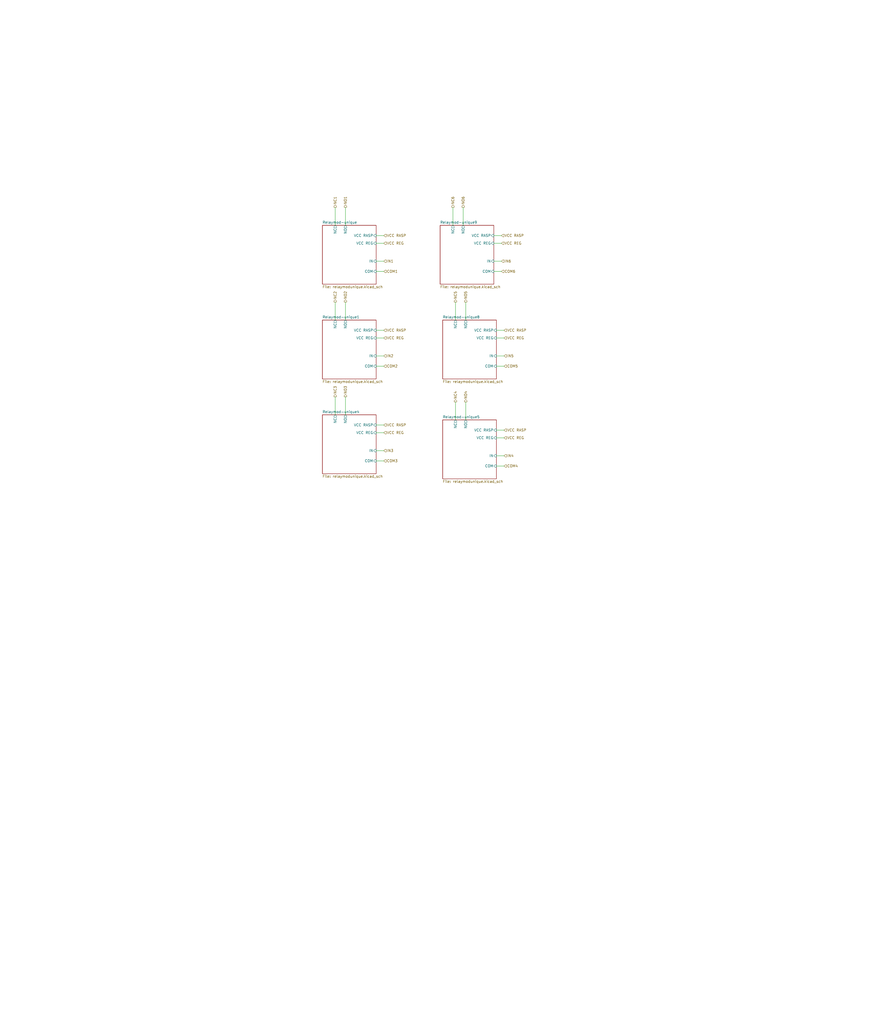
<source format=kicad_sch>
(kicad_sch
	(version 20231120)
	(generator "eeschema")
	(generator_version "8.0")
	(uuid "0c4e1542-ff0c-4015-96eb-af08f7141daa")
	(paper "User" 431.8 508)
	(title_block
		(title "6 Channel Relays")
	)
	(lib_symbols)
	(wire
		(pts
			(xy 224.79 102.87) (xy 224.79 111.76)
		)
		(stroke
			(width 0)
			(type default)
		)
		(uuid "06fd8466-fe79-482f-a675-70a400f78e75")
	)
	(wire
		(pts
			(xy 186.69 176.53) (xy 190.5 176.53)
		)
		(stroke
			(width 0)
			(type default)
		)
		(uuid "1093e7d1-f0fa-4b3b-a294-e042ee4540e3")
	)
	(wire
		(pts
			(xy 186.69 214.63) (xy 190.5 214.63)
		)
		(stroke
			(width 0)
			(type default)
		)
		(uuid "11908664-c3a0-40d5-b768-984dfedb94e2")
	)
	(wire
		(pts
			(xy 186.69 120.65) (xy 190.5 120.65)
		)
		(stroke
			(width 0)
			(type default)
		)
		(uuid "163bbfe0-6321-4014-8f81-a3db3b4ca51e")
	)
	(wire
		(pts
			(xy 186.69 167.64) (xy 190.5 167.64)
		)
		(stroke
			(width 0)
			(type default)
		)
		(uuid "18a7d197-a9f7-48dd-b3e9-9b16100c0fac")
	)
	(wire
		(pts
			(xy 246.38 176.53) (xy 250.19 176.53)
		)
		(stroke
			(width 0)
			(type default)
		)
		(uuid "19d548db-388e-4434-8d39-16374a961b63")
	)
	(wire
		(pts
			(xy 186.69 210.82) (xy 190.5 210.82)
		)
		(stroke
			(width 0)
			(type default)
		)
		(uuid "2c71340a-a77d-4600-a611-582ae96126c7")
	)
	(wire
		(pts
			(xy 186.69 181.61) (xy 190.5 181.61)
		)
		(stroke
			(width 0)
			(type default)
		)
		(uuid "314477a1-3e56-4c03-b7dd-bb094588a726")
	)
	(wire
		(pts
			(xy 186.69 129.54) (xy 190.5 129.54)
		)
		(stroke
			(width 0)
			(type default)
		)
		(uuid "376bee1c-bb03-4b3e-b846-5e1f658982a3")
	)
	(wire
		(pts
			(xy 186.69 223.52) (xy 190.5 223.52)
		)
		(stroke
			(width 0)
			(type default)
		)
		(uuid "3e32056d-8915-46c7-a0ab-f46c59ec12f1")
	)
	(wire
		(pts
			(xy 171.45 102.87) (xy 171.45 111.76)
		)
		(stroke
			(width 0)
			(type default)
		)
		(uuid "4f354dfb-b8c7-4ba8-9d8a-42fa6c4542c4")
	)
	(wire
		(pts
			(xy 231.14 149.86) (xy 231.14 158.75)
		)
		(stroke
			(width 0)
			(type default)
		)
		(uuid "519e8f91-92ac-4798-94fc-c0722f45f236")
	)
	(wire
		(pts
			(xy 171.45 149.86) (xy 171.45 158.75)
		)
		(stroke
			(width 0)
			(type default)
		)
		(uuid "53c05e64-1f11-4035-8f1d-b443d181de16")
	)
	(wire
		(pts
			(xy 226.06 149.86) (xy 226.06 158.75)
		)
		(stroke
			(width 0)
			(type default)
		)
		(uuid "5d2549cf-1a8f-4eb3-812f-ef346cf54482")
	)
	(wire
		(pts
			(xy 186.69 163.83) (xy 190.5 163.83)
		)
		(stroke
			(width 0)
			(type default)
		)
		(uuid "60819bb6-a660-4d91-8fb1-9954f5921e1d")
	)
	(wire
		(pts
			(xy 246.38 167.64) (xy 250.19 167.64)
		)
		(stroke
			(width 0)
			(type default)
		)
		(uuid "64130fbd-50df-4f59-bcd4-b73ca6ab4912")
	)
	(wire
		(pts
			(xy 186.69 116.84) (xy 190.5 116.84)
		)
		(stroke
			(width 0)
			(type default)
		)
		(uuid "6a4bfd6c-4210-4749-b92a-a6c6362da961")
	)
	(wire
		(pts
			(xy 166.37 149.86) (xy 166.37 158.75)
		)
		(stroke
			(width 0)
			(type default)
		)
		(uuid "76d96b80-25c8-4767-a21b-1dfbac1c8634")
	)
	(wire
		(pts
			(xy 245.11 134.62) (xy 248.92 134.62)
		)
		(stroke
			(width 0)
			(type default)
		)
		(uuid "88b2a8cb-2f82-404c-81ae-17b3c75a8a95")
	)
	(wire
		(pts
			(xy 246.38 226.06) (xy 250.19 226.06)
		)
		(stroke
			(width 0)
			(type default)
		)
		(uuid "a998c996-e8e8-4fdf-8f3c-8b25e8356ebf")
	)
	(wire
		(pts
			(xy 245.11 129.54) (xy 248.92 129.54)
		)
		(stroke
			(width 0)
			(type default)
		)
		(uuid "b282e00e-8eec-4931-ac2f-21326d3071e6")
	)
	(wire
		(pts
			(xy 245.11 120.65) (xy 248.92 120.65)
		)
		(stroke
			(width 0)
			(type default)
		)
		(uuid "b46fc851-a3fa-440d-90b4-c11dbb2e8e48")
	)
	(wire
		(pts
			(xy 231.14 199.39) (xy 231.14 208.28)
		)
		(stroke
			(width 0)
			(type default)
		)
		(uuid "bda85f89-dbff-4229-a34a-a46e9d5b357d")
	)
	(wire
		(pts
			(xy 186.69 228.6) (xy 190.5 228.6)
		)
		(stroke
			(width 0)
			(type default)
		)
		(uuid "c1575fda-cf9a-4bdd-a615-3941139ce80e")
	)
	(wire
		(pts
			(xy 245.11 116.84) (xy 248.92 116.84)
		)
		(stroke
			(width 0)
			(type default)
		)
		(uuid "c7e39a6a-9502-4703-aef3-12cf064fa70a")
	)
	(wire
		(pts
			(xy 186.69 134.62) (xy 190.5 134.62)
		)
		(stroke
			(width 0)
			(type default)
		)
		(uuid "cc48ab3c-ed91-457e-a7b2-bbfb917abc38")
	)
	(wire
		(pts
			(xy 229.87 102.87) (xy 229.87 111.76)
		)
		(stroke
			(width 0)
			(type default)
		)
		(uuid "cd536007-f77a-4592-9a48-ef2280befde5")
	)
	(wire
		(pts
			(xy 246.38 231.14) (xy 250.19 231.14)
		)
		(stroke
			(width 0)
			(type default)
		)
		(uuid "d1a40f56-4b4f-4a84-bc40-ac8bfd25bb77")
	)
	(wire
		(pts
			(xy 226.06 199.39) (xy 226.06 208.28)
		)
		(stroke
			(width 0)
			(type default)
		)
		(uuid "d402609d-6bd6-4b88-a34e-e78644c25b4d")
	)
	(wire
		(pts
			(xy 246.38 181.61) (xy 250.19 181.61)
		)
		(stroke
			(width 0)
			(type default)
		)
		(uuid "d86b23fa-c8fb-4a3b-b15c-8b25876bb22d")
	)
	(wire
		(pts
			(xy 246.38 217.17) (xy 250.19 217.17)
		)
		(stroke
			(width 0)
			(type default)
		)
		(uuid "dd6d6e97-a31d-4344-9fc8-19aba17b4026")
	)
	(wire
		(pts
			(xy 246.38 163.83) (xy 250.19 163.83)
		)
		(stroke
			(width 0)
			(type default)
		)
		(uuid "de4c617c-964f-43b2-8e20-87953932379e")
	)
	(wire
		(pts
			(xy 166.37 196.85) (xy 166.37 205.74)
		)
		(stroke
			(width 0)
			(type default)
		)
		(uuid "dfa5354d-fada-46f1-bcfa-007545a6a04f")
	)
	(wire
		(pts
			(xy 246.38 213.36) (xy 250.19 213.36)
		)
		(stroke
			(width 0)
			(type default)
		)
		(uuid "e2ec36ad-9a45-4c20-aa10-7fd97146cc4b")
	)
	(wire
		(pts
			(xy 166.37 102.87) (xy 166.37 111.76)
		)
		(stroke
			(width 0)
			(type default)
		)
		(uuid "e9a663f4-7a56-472b-b0b4-16bc9af89c24")
	)
	(wire
		(pts
			(xy 171.45 196.85) (xy 171.45 205.74)
		)
		(stroke
			(width 0)
			(type default)
		)
		(uuid "f1eecf6e-6f7a-4ba8-bf79-1fa8417691a2")
	)
	(hierarchical_label "NC5"
		(shape output)
		(at 226.06 149.86 90)
		(fields_autoplaced yes)
		(effects
			(font
				(size 1.27 1.27)
			)
			(justify left)
		)
		(uuid "07b138d0-f0e5-4d8d-972b-285b2d816ae4")
	)
	(hierarchical_label "VCC RASP"
		(shape input)
		(at 190.5 116.84 0)
		(fields_autoplaced yes)
		(effects
			(font
				(size 1.27 1.27)
			)
			(justify left)
		)
		(uuid "093cbf50-d4a7-4123-ad0b-38a9fc8f6ac4")
	)
	(hierarchical_label "NC2"
		(shape output)
		(at 166.37 149.86 90)
		(fields_autoplaced yes)
		(effects
			(font
				(size 1.27 1.27)
			)
			(justify left)
		)
		(uuid "14020de6-a8fe-4c5d-b3ab-c89f219f04b6")
	)
	(hierarchical_label "VCC RASP"
		(shape input)
		(at 190.5 163.83 0)
		(fields_autoplaced yes)
		(effects
			(font
				(size 1.27 1.27)
			)
			(justify left)
		)
		(uuid "1db32627-29c8-4fb6-b61a-2b02a7ccf81c")
	)
	(hierarchical_label "NC4"
		(shape output)
		(at 226.06 199.39 90)
		(fields_autoplaced yes)
		(effects
			(font
				(size 1.27 1.27)
			)
			(justify left)
		)
		(uuid "241b72ae-95d8-4e85-9341-1fb514de2b1e")
	)
	(hierarchical_label "COM4"
		(shape input)
		(at 250.19 231.14 0)
		(fields_autoplaced yes)
		(effects
			(font
				(size 1.27 1.27)
			)
			(justify left)
		)
		(uuid "3c140f80-4e6f-4cca-b9d8-588a1058cc9c")
	)
	(hierarchical_label "VCC RASP"
		(shape input)
		(at 250.19 213.36 0)
		(fields_autoplaced yes)
		(effects
			(font
				(size 1.27 1.27)
			)
			(justify left)
		)
		(uuid "3d42daeb-3e69-4d90-a0a8-ff27cc083938")
	)
	(hierarchical_label "IN1"
		(shape input)
		(at 190.5 129.54 0)
		(fields_autoplaced yes)
		(effects
			(font
				(size 1.27 1.27)
			)
			(justify left)
		)
		(uuid "42ad7c59-cdb3-4529-b309-f43b1d51222d")
	)
	(hierarchical_label "NO4"
		(shape output)
		(at 231.14 199.39 90)
		(fields_autoplaced yes)
		(effects
			(font
				(size 1.27 1.27)
			)
			(justify left)
		)
		(uuid "4a254098-80b7-46e4-a492-e83735c81ca9")
	)
	(hierarchical_label "COM2"
		(shape input)
		(at 190.5 181.61 0)
		(fields_autoplaced yes)
		(effects
			(font
				(size 1.27 1.27)
			)
			(justify left)
		)
		(uuid "4fbd9853-c40d-4a36-bbe5-29d15a0746c2")
	)
	(hierarchical_label "IN6"
		(shape input)
		(at 248.92 129.54 0)
		(fields_autoplaced yes)
		(effects
			(font
				(size 1.27 1.27)
			)
			(justify left)
		)
		(uuid "5119655d-7e28-4a0e-bad7-a207b6af040b")
	)
	(hierarchical_label "NO5"
		(shape output)
		(at 231.14 149.86 90)
		(fields_autoplaced yes)
		(effects
			(font
				(size 1.27 1.27)
			)
			(justify left)
		)
		(uuid "59bad927-94dc-4d4a-91e4-d7872ca582e9")
	)
	(hierarchical_label "NO2"
		(shape output)
		(at 171.45 149.86 90)
		(fields_autoplaced yes)
		(effects
			(font
				(size 1.27 1.27)
			)
			(justify left)
		)
		(uuid "60ea5bd8-ca96-4b40-8690-121a674e4ba4")
	)
	(hierarchical_label "COM3"
		(shape input)
		(at 190.5 228.6 0)
		(fields_autoplaced yes)
		(effects
			(font
				(size 1.27 1.27)
			)
			(justify left)
		)
		(uuid "6492216c-fc2d-4624-9dc5-2419dae529d2")
	)
	(hierarchical_label "VCC REG"
		(shape input)
		(at 248.92 120.65 0)
		(fields_autoplaced yes)
		(effects
			(font
				(size 1.27 1.27)
			)
			(justify left)
		)
		(uuid "64be55aa-596f-46e8-a1cf-ecde43b12a2b")
	)
	(hierarchical_label "IN2"
		(shape input)
		(at 190.5 176.53 0)
		(fields_autoplaced yes)
		(effects
			(font
				(size 1.27 1.27)
			)
			(justify left)
		)
		(uuid "65589053-515d-418d-a252-5b9341ae103a")
	)
	(hierarchical_label "VCC REG"
		(shape input)
		(at 190.5 214.63 0)
		(fields_autoplaced yes)
		(effects
			(font
				(size 1.27 1.27)
			)
			(justify left)
		)
		(uuid "678e457e-db76-48a0-a8e8-879aa39d52dd")
	)
	(hierarchical_label "COM6"
		(shape input)
		(at 248.92 134.62 0)
		(fields_autoplaced yes)
		(effects
			(font
				(size 1.27 1.27)
			)
			(justify left)
		)
		(uuid "775a82ed-a1d8-40d3-b7d2-864ca2f5d789")
	)
	(hierarchical_label "IN4"
		(shape input)
		(at 250.19 226.06 0)
		(fields_autoplaced yes)
		(effects
			(font
				(size 1.27 1.27)
			)
			(justify left)
		)
		(uuid "7acfc0fd-3f3e-4b59-8474-32b50caaff00")
	)
	(hierarchical_label "VCC REG"
		(shape input)
		(at 250.19 167.64 0)
		(fields_autoplaced yes)
		(effects
			(font
				(size 1.27 1.27)
			)
			(justify left)
		)
		(uuid "7f654aab-0135-42a0-aa8c-909c18db94bb")
	)
	(hierarchical_label "VCC RASP"
		(shape input)
		(at 190.5 210.82 0)
		(fields_autoplaced yes)
		(effects
			(font
				(size 1.27 1.27)
			)
			(justify left)
		)
		(uuid "82b0fd1e-80fd-4c9f-abdd-161ab7b18db9")
	)
	(hierarchical_label "NC3"
		(shape output)
		(at 166.37 196.85 90)
		(fields_autoplaced yes)
		(effects
			(font
				(size 1.27 1.27)
			)
			(justify left)
		)
		(uuid "85731af5-792c-4994-9abe-474e88f70f8a")
	)
	(hierarchical_label "VCC REG"
		(shape input)
		(at 250.19 217.17 0)
		(fields_autoplaced yes)
		(effects
			(font
				(size 1.27 1.27)
			)
			(justify left)
		)
		(uuid "85fb697e-96b6-4ac0-bbe0-526136377788")
	)
	(hierarchical_label "VCC RASP"
		(shape input)
		(at 250.19 163.83 0)
		(fields_autoplaced yes)
		(effects
			(font
				(size 1.27 1.27)
			)
			(justify left)
		)
		(uuid "89e73f3e-c903-4b75-83dc-fc79eccc229f")
	)
	(hierarchical_label "COM5"
		(shape input)
		(at 250.19 181.61 0)
		(fields_autoplaced yes)
		(effects
			(font
				(size 1.27 1.27)
			)
			(justify left)
		)
		(uuid "8b0a5645-1a08-43c9-83ef-150f8962aa02")
	)
	(hierarchical_label "NO1"
		(shape output)
		(at 171.45 102.87 90)
		(fields_autoplaced yes)
		(effects
			(font
				(size 1.27 1.27)
			)
			(justify left)
		)
		(uuid "9066a442-78d0-40bc-a29a-0972dd2f750d")
	)
	(hierarchical_label "COM1"
		(shape input)
		(at 190.5 134.62 0)
		(fields_autoplaced yes)
		(effects
			(font
				(size 1.27 1.27)
			)
			(justify left)
		)
		(uuid "9bb21da5-968e-47bb-a03d-d30385d4d2fb")
	)
	(hierarchical_label "VCC RASP"
		(shape input)
		(at 248.92 116.84 0)
		(fields_autoplaced yes)
		(effects
			(font
				(size 1.27 1.27)
			)
			(justify left)
		)
		(uuid "9d72718a-c646-4789-9e3c-23389ac4eef9")
	)
	(hierarchical_label "VCC REG"
		(shape input)
		(at 190.5 120.65 0)
		(fields_autoplaced yes)
		(effects
			(font
				(size 1.27 1.27)
			)
			(justify left)
		)
		(uuid "a1156ef6-c989-47bb-baae-a8d6d6f98a25")
	)
	(hierarchical_label "IN5"
		(shape input)
		(at 250.19 176.53 0)
		(fields_autoplaced yes)
		(effects
			(font
				(size 1.27 1.27)
			)
			(justify left)
		)
		(uuid "a8decd51-6275-4c5e-b6e7-4823212ac3bb")
	)
	(hierarchical_label "NC6"
		(shape output)
		(at 224.79 102.87 90)
		(fields_autoplaced yes)
		(effects
			(font
				(size 1.27 1.27)
			)
			(justify left)
		)
		(uuid "bcd4fc54-ca14-48e6-931f-01fc36c2d7df")
	)
	(hierarchical_label "NC1"
		(shape output)
		(at 166.37 102.87 90)
		(fields_autoplaced yes)
		(effects
			(font
				(size 1.27 1.27)
			)
			(justify left)
		)
		(uuid "c0387b5b-ab7b-4231-bc04-3d0006b3eeb5")
	)
	(hierarchical_label "NO6"
		(shape output)
		(at 229.87 102.87 90)
		(fields_autoplaced yes)
		(effects
			(font
				(size 1.27 1.27)
			)
			(justify left)
		)
		(uuid "d9a9aef5-fc83-45d3-acf0-99354e0446bc")
	)
	(hierarchical_label "IN3"
		(shape input)
		(at 190.5 223.52 0)
		(fields_autoplaced yes)
		(effects
			(font
				(size 1.27 1.27)
			)
			(justify left)
		)
		(uuid "dda69dc2-41f5-4e2a-9125-fbc7e94ba2a6")
	)
	(hierarchical_label "NO3"
		(shape output)
		(at 171.45 196.85 90)
		(fields_autoplaced yes)
		(effects
			(font
				(size 1.27 1.27)
			)
			(justify left)
		)
		(uuid "de19d851-5e6d-46bb-844c-3328a337cf8f")
	)
	(hierarchical_label "VCC REG"
		(shape input)
		(at 190.5 167.64 0)
		(fields_autoplaced yes)
		(effects
			(font
				(size 1.27 1.27)
			)
			(justify left)
		)
		(uuid "f89b570c-558e-4308-831e-37ae2eae4f80")
	)
	(sheet
		(at 160.02 158.75)
		(size 26.67 29.21)
		(fields_autoplaced yes)
		(stroke
			(width 0.1524)
			(type solid)
		)
		(fill
			(color 0 0 0 0.0000)
		)
		(uuid "402de1d3-daeb-4b81-bd23-d9088ebe014d")
		(property "Sheetname" "Relaymod-unique1"
			(at 160.02 158.0384 0)
			(effects
				(font
					(size 1.27 1.27)
				)
				(justify left bottom)
			)
		)
		(property "Sheetfile" "relaymodunique.kicad_sch"
			(at 160.02 188.5446 0)
			(effects
				(font
					(size 1.27 1.27)
				)
				(justify left top)
			)
		)
		(pin "VCC RASP" input
			(at 186.69 163.83 0)
			(effects
				(font
					(size 1.27 1.27)
				)
				(justify right)
			)
			(uuid "41877200-67f2-4ad2-a00a-6e98326a187f")
		)
		(pin "VCC REG" input
			(at 186.69 167.64 0)
			(effects
				(font
					(size 1.27 1.27)
				)
				(justify right)
			)
			(uuid "bc08c9fc-f00f-4077-b6d0-743b3a7b6b5a")
		)
		(pin "IN" input
			(at 186.69 176.53 0)
			(effects
				(font
					(size 1.27 1.27)
				)
				(justify right)
			)
			(uuid "3229c038-676b-4a17-b7e3-3512bcf44fde")
		)
		(pin "COM" input
			(at 186.69 181.61 0)
			(effects
				(font
					(size 1.27 1.27)
				)
				(justify right)
			)
			(uuid "82d4d2b7-8563-4d8b-9e41-1d696e8ebc5f")
		)
		(pin "NO" output
			(at 171.45 158.75 90)
			(effects
				(font
					(size 1.27 1.27)
				)
				(justify right)
			)
			(uuid "4222fe7a-1f46-4074-9180-1b74fe54498f")
		)
		(pin "NC" output
			(at 166.37 158.75 90)
			(effects
				(font
					(size 1.27 1.27)
				)
				(justify right)
			)
			(uuid "e9a56ea7-83b2-4582-8347-140ee96afbd9")
		)
		(instances
			(project "pcb"
				(path "/3646f8bf-36fe-4bc7-a700-74e4affff735/4fb08cde-f78a-4f17-8264-32234f6129ae"
					(page "4")
				)
			)
		)
	)
	(sheet
		(at 160.02 205.74)
		(size 26.67 29.21)
		(fields_autoplaced yes)
		(stroke
			(width 0.1524)
			(type solid)
		)
		(fill
			(color 0 0 0 0.0000)
		)
		(uuid "52a147e4-68a1-428d-bae9-09e37305af98")
		(property "Sheetname" "Relaymod-unique4"
			(at 160.02 205.0284 0)
			(effects
				(font
					(size 1.27 1.27)
				)
				(justify left bottom)
			)
		)
		(property "Sheetfile" "relaymodunique.kicad_sch"
			(at 160.02 235.5346 0)
			(effects
				(font
					(size 1.27 1.27)
				)
				(justify left top)
			)
		)
		(pin "VCC RASP" input
			(at 186.69 210.82 0)
			(effects
				(font
					(size 1.27 1.27)
				)
				(justify right)
			)
			(uuid "54050dfd-8372-4e91-a4b0-7631c8e4dc84")
		)
		(pin "VCC REG" input
			(at 186.69 214.63 0)
			(effects
				(font
					(size 1.27 1.27)
				)
				(justify right)
			)
			(uuid "e09544d0-a642-493f-a8e7-ca03477d2763")
		)
		(pin "IN" input
			(at 186.69 223.52 0)
			(effects
				(font
					(size 1.27 1.27)
				)
				(justify right)
			)
			(uuid "1703b757-3290-4c72-877f-a559e7866ba1")
		)
		(pin "COM" input
			(at 186.69 228.6 0)
			(effects
				(font
					(size 1.27 1.27)
				)
				(justify right)
			)
			(uuid "f1ff1465-c711-4568-bf4d-202e24583e1c")
		)
		(pin "NO" output
			(at 171.45 205.74 90)
			(effects
				(font
					(size 1.27 1.27)
				)
				(justify right)
			)
			(uuid "9cf6d7d6-6a31-4c8d-817b-a481e85c6ffb")
		)
		(pin "NC" output
			(at 166.37 205.74 90)
			(effects
				(font
					(size 1.27 1.27)
				)
				(justify right)
			)
			(uuid "aeebfa14-e72d-4d02-bf05-9fee9b61e225")
		)
		(instances
			(project "pcb"
				(path "/3646f8bf-36fe-4bc7-a700-74e4affff735/4fb08cde-f78a-4f17-8264-32234f6129ae"
					(page "7")
				)
			)
		)
	)
	(sheet
		(at 160.02 111.76)
		(size 26.67 29.21)
		(fields_autoplaced yes)
		(stroke
			(width 0.1524)
			(type solid)
		)
		(fill
			(color 0 0 0 0.0000)
		)
		(uuid "595578a9-7e62-4230-b296-cda12796d988")
		(property "Sheetname" "Relaymod-unique"
			(at 160.02 111.0484 0)
			(effects
				(font
					(size 1.27 1.27)
				)
				(justify left bottom)
			)
		)
		(property "Sheetfile" "relaymodunique.kicad_sch"
			(at 160.02 141.5546 0)
			(effects
				(font
					(size 1.27 1.27)
				)
				(justify left top)
			)
		)
		(pin "VCC RASP" input
			(at 186.69 116.84 0)
			(effects
				(font
					(size 1.27 1.27)
				)
				(justify right)
			)
			(uuid "7ffddff6-ed48-4340-b6cc-fc386e4bfa7a")
		)
		(pin "VCC REG" input
			(at 186.69 120.65 0)
			(effects
				(font
					(size 1.27 1.27)
				)
				(justify right)
			)
			(uuid "83af8f43-18ba-44bc-978e-fcd897c123ec")
		)
		(pin "IN" input
			(at 186.69 129.54 0)
			(effects
				(font
					(size 1.27 1.27)
				)
				(justify right)
			)
			(uuid "aee323d9-5a27-46e9-9143-f4f1e639ca1d")
		)
		(pin "COM" input
			(at 186.69 134.62 0)
			(effects
				(font
					(size 1.27 1.27)
				)
				(justify right)
			)
			(uuid "0934364a-7ce2-4215-bfe1-c3b883d9d11d")
		)
		(pin "NO" output
			(at 171.45 111.76 90)
			(effects
				(font
					(size 1.27 1.27)
				)
				(justify right)
			)
			(uuid "5718e385-cef6-4a78-9a69-4376fa13a98d")
		)
		(pin "NC" output
			(at 166.37 111.76 90)
			(effects
				(font
					(size 1.27 1.27)
				)
				(justify right)
			)
			(uuid "a95c3f37-c643-437f-adf3-0a6318d50a4f")
		)
		(instances
			(project "pcb"
				(path "/3646f8bf-36fe-4bc7-a700-74e4affff735/4fb08cde-f78a-4f17-8264-32234f6129ae"
					(page "3")
				)
			)
		)
	)
	(sheet
		(at 218.44 111.76)
		(size 26.67 29.21)
		(fields_autoplaced yes)
		(stroke
			(width 0.1524)
			(type solid)
		)
		(fill
			(color 0 0 0 0.0000)
		)
		(uuid "65df69e9-136e-4930-93aa-8acffde63785")
		(property "Sheetname" "Relaymod-unique9"
			(at 218.44 111.0484 0)
			(effects
				(font
					(size 1.27 1.27)
				)
				(justify left bottom)
			)
		)
		(property "Sheetfile" "relaymodunique.kicad_sch"
			(at 218.44 141.5546 0)
			(effects
				(font
					(size 1.27 1.27)
				)
				(justify left top)
			)
		)
		(pin "VCC RASP" input
			(at 245.11 116.84 0)
			(effects
				(font
					(size 1.27 1.27)
				)
				(justify right)
			)
			(uuid "a9e9a680-2369-46ef-b673-2acdc67b1934")
		)
		(pin "VCC REG" input
			(at 245.11 120.65 0)
			(effects
				(font
					(size 1.27 1.27)
				)
				(justify right)
			)
			(uuid "99d0b0c2-3b89-43e6-a529-b20aea6048d4")
		)
		(pin "IN" input
			(at 245.11 129.54 0)
			(effects
				(font
					(size 1.27 1.27)
				)
				(justify right)
			)
			(uuid "f9041bea-da2a-478c-a875-808c24f341f9")
		)
		(pin "COM" input
			(at 245.11 134.62 0)
			(effects
				(font
					(size 1.27 1.27)
				)
				(justify right)
			)
			(uuid "bcf3c08c-ebf4-42f7-bb16-10463a1e8a57")
		)
		(pin "NO" output
			(at 229.87 111.76 90)
			(effects
				(font
					(size 1.27 1.27)
				)
				(justify right)
			)
			(uuid "7aac944e-c260-4071-b253-28531e928702")
		)
		(pin "NC" output
			(at 224.79 111.76 90)
			(effects
				(font
					(size 1.27 1.27)
				)
				(justify right)
			)
			(uuid "587bbe08-fdbd-4139-bebf-1f538e8b366a")
		)
		(instances
			(project "pcb"
				(path "/3646f8bf-36fe-4bc7-a700-74e4affff735/4fb08cde-f78a-4f17-8264-32234f6129ae"
					(page "12")
				)
			)
		)
	)
	(sheet
		(at 219.71 158.75)
		(size 26.67 29.21)
		(fields_autoplaced yes)
		(stroke
			(width 0.1524)
			(type solid)
		)
		(fill
			(color 0 0 0 0.0000)
		)
		(uuid "c28a24ec-bdbe-486d-9e22-3b049f37abbb")
		(property "Sheetname" "Relaymod-unique8"
			(at 219.71 158.0384 0)
			(effects
				(font
					(size 1.27 1.27)
				)
				(justify left bottom)
			)
		)
		(property "Sheetfile" "relaymodunique.kicad_sch"
			(at 219.71 188.5446 0)
			(effects
				(font
					(size 1.27 1.27)
				)
				(justify left top)
			)
		)
		(pin "VCC RASP" input
			(at 246.38 163.83 0)
			(effects
				(font
					(size 1.27 1.27)
				)
				(justify right)
			)
			(uuid "64af77d1-26d6-4a2d-85bd-74620baa7143")
		)
		(pin "VCC REG" input
			(at 246.38 167.64 0)
			(effects
				(font
					(size 1.27 1.27)
				)
				(justify right)
			)
			(uuid "ee8b1483-7306-4172-a62d-1e2f6db3292f")
		)
		(pin "IN" input
			(at 246.38 176.53 0)
			(effects
				(font
					(size 1.27 1.27)
				)
				(justify right)
			)
			(uuid "dd1994e8-606e-4f53-a08a-3da829a20dcb")
		)
		(pin "COM" input
			(at 246.38 181.61 0)
			(effects
				(font
					(size 1.27 1.27)
				)
				(justify right)
			)
			(uuid "5c4b5a40-fbd1-486c-91bb-dc2a271a851b")
		)
		(pin "NO" output
			(at 231.14 158.75 90)
			(effects
				(font
					(size 1.27 1.27)
				)
				(justify right)
			)
			(uuid "21de6277-f735-4def-8bed-b68f7d785bd2")
		)
		(pin "NC" output
			(at 226.06 158.75 90)
			(effects
				(font
					(size 1.27 1.27)
				)
				(justify right)
			)
			(uuid "86a4bee7-7d5d-4417-a8e0-4f21777f8447")
		)
		(instances
			(project "pcb"
				(path "/3646f8bf-36fe-4bc7-a700-74e4affff735/4fb08cde-f78a-4f17-8264-32234f6129ae"
					(page "11")
				)
			)
		)
	)
	(sheet
		(at 219.71 208.28)
		(size 26.67 29.21)
		(fields_autoplaced yes)
		(stroke
			(width 0.1524)
			(type solid)
		)
		(fill
			(color 0 0 0 0.0000)
		)
		(uuid "f5159d34-02b7-44e4-bc3a-3a071971aa5c")
		(property "Sheetname" "Relaymod-unique5"
			(at 219.71 207.5684 0)
			(effects
				(font
					(size 1.27 1.27)
				)
				(justify left bottom)
			)
		)
		(property "Sheetfile" "relaymodunique.kicad_sch"
			(at 219.71 238.0746 0)
			(effects
				(font
					(size 1.27 1.27)
				)
				(justify left top)
			)
		)
		(pin "VCC RASP" input
			(at 246.38 213.36 0)
			(effects
				(font
					(size 1.27 1.27)
				)
				(justify right)
			)
			(uuid "a609af42-3dca-442e-9708-4dab44ee6293")
		)
		(pin "VCC REG" input
			(at 246.38 217.17 0)
			(effects
				(font
					(size 1.27 1.27)
				)
				(justify right)
			)
			(uuid "3ba309d0-4c4c-4d0f-871a-66aa6ff00816")
		)
		(pin "IN" input
			(at 246.38 226.06 0)
			(effects
				(font
					(size 1.27 1.27)
				)
				(justify right)
			)
			(uuid "05ccc7e7-442d-41ac-903d-d04c8a5e8f0d")
		)
		(pin "COM" input
			(at 246.38 231.14 0)
			(effects
				(font
					(size 1.27 1.27)
				)
				(justify right)
			)
			(uuid "fa626753-735f-483d-a28f-9eec2d8750d1")
		)
		(pin "NO" output
			(at 231.14 208.28 90)
			(effects
				(font
					(size 1.27 1.27)
				)
				(justify right)
			)
			(uuid "f2586328-9e08-4b37-8d5c-0ae040867b82")
		)
		(pin "NC" output
			(at 226.06 208.28 90)
			(effects
				(font
					(size 1.27 1.27)
				)
				(justify right)
			)
			(uuid "cb5be438-d861-421a-a12b-582b39920940")
		)
		(instances
			(project "pcb"
				(path "/3646f8bf-36fe-4bc7-a700-74e4affff735/4fb08cde-f78a-4f17-8264-32234f6129ae"
					(page "8")
				)
			)
		)
	)
)

</source>
